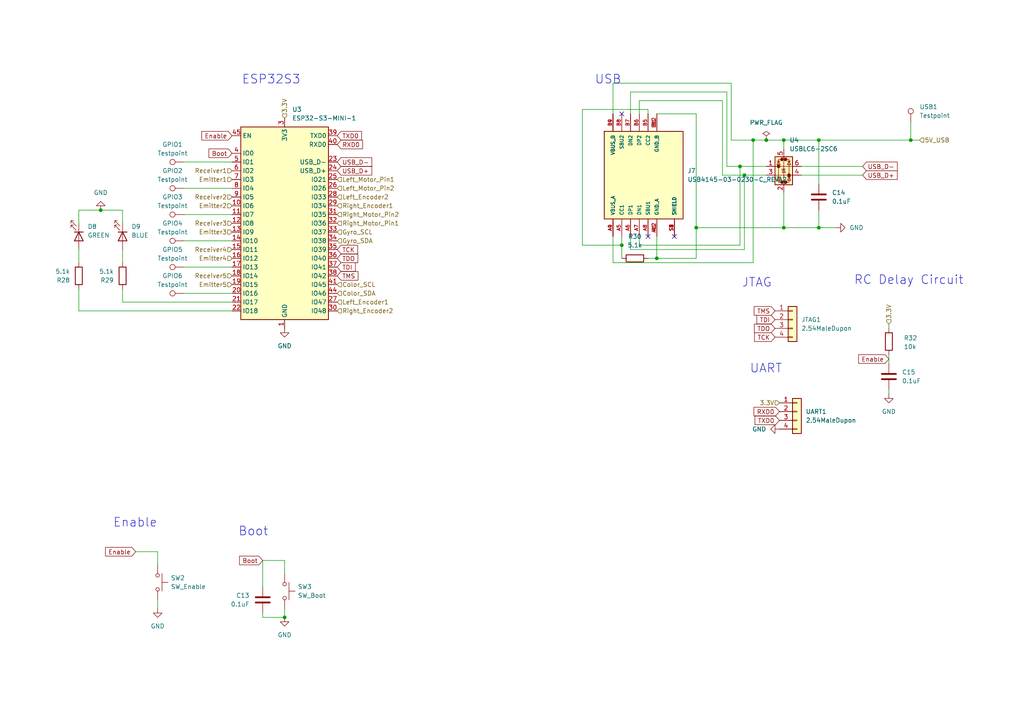
<source format=kicad_sch>
(kicad_sch (version 20231120) (generator "eeschema") (generator_version "8.0")
  (paper "A4")
  (lib_symbols
    (symbol "Connector:TestPoint" (pin_numbers hide) (pin_names (offset 0.762) hide)
      (property "Reference" "TP" (at 0 6.858 0))
      (property "Value" "TestPoint" (at 0 5.08 0))
      (symbol "TestPoint_0_1"
        (circle (center 0 3.302) (radius 0.762))
      )
      (symbol "TestPoint_1_1"
        (pin passive line (at 0 0 90) (length 2.54) (name "1") (number "1"))
      )
    )
    (symbol "Connector_Generic:Conn_01x04" (pin_names (offset 1.016) hide)
      (property "Reference" "J" (at 0 5.08 0))
      (property "Value" "Conn_01x04" (at 0 -7.62 0))
      (symbol "Conn_01x04_1_1"
        (rectangle (start -1.27 -4.953) (end 0 -5.207) (stroke (width 0.1524)))
        (rectangle (start -1.27 -2.413) (end 0 -2.667) (stroke (width 0.1524)))
        (rectangle (start -1.27 0.127) (end 0 -0.127) (stroke (width 0.1524)))
        (rectangle (start -1.27 2.667) (end 0 2.413) (stroke (width 0.1524)))
        (rectangle (start -1.27 3.81) (end 1.27 -6.35) (stroke (width 0.254)) (fill (type background)))
        (pin passive line (at -5.08 2.54 0) (length 3.81) (name "Pin_1") (number "1"))
        (pin passive line (at -5.08 0 0) (length 3.81) (name "Pin_2") (number "2"))
        (pin passive line (at -5.08 -2.54 0) (length 3.81) (name "Pin_3") (number "3"))
        (pin passive line (at -5.08 -5.08 0) (length 3.81) (name "Pin_4") (number "4"))
      )
    )
    (symbol "Device:C" (pin_numbers hide) (pin_names (offset 0.254))
      (property "Reference" "C" (at 0.635 2.54 0))
      (property "Value" "C" (at 0.635 -2.54 0))
      (symbol "C_0_1"
        (polyline (pts (xy -2.032 -0.762) (xy 2.032 -0.762)) (stroke (width 0.508)))
        (polyline (pts (xy -2.032 0.762) (xy 2.032 0.762)) (stroke (width 0.508)))
      )
      (symbol "C_1_1"
        (pin passive line (at 0 3.81 270) (length 2.794) (name "~") (number "1"))
        (pin passive line (at 0 -3.81 90) (length 2.794) (name "~") (number "2"))
      )
    )
    (symbol "Device:LED" (pin_numbers hide) (pin_names (offset 1.016) hide)
      (property "Reference" "D" (at 0 2.54 0))
      (property "Value" "LED" (at 0 -2.54 0))
      (symbol "LED_0_1"
        (polyline (pts (xy -1.27 -1.27) (xy -1.27 1.27)) (stroke (width 0.254)))
        (polyline (pts (xy -1.27 0) (xy 1.27 0)))
        (polyline (pts (xy 1.27 -1.27) (xy 1.27 1.27) (xy -1.27 0) (xy 1.27 -1.27)) (stroke (width 0.254)))
        (polyline (pts (xy -3.048 -0.762) (xy -4.572 -2.286) (xy -3.81 -2.286) (xy -4.572 -2.286) (xy -4.572 -1.524)))
        (polyline (pts (xy -1.778 -0.762) (xy -3.302 -2.286) (xy -2.54 -2.286) (xy -3.302 -2.286) (xy -3.302 -1.524)))
      )
      (symbol "LED_1_1"
        (pin passive line (at -3.81 0 0) (length 2.54) (name "K") (number "1"))
        (pin passive line (at 3.81 0 180) (length 2.54) (name "A") (number "2"))
      )
    )
    (symbol "Device:R" (pin_numbers hide) (pin_names (offset 0))
      (property "Reference" "R" (at 2.032 0 90))
      (property "Value" "R" (at 0 0 90))
      (symbol "R_0_1"
        (rectangle (start -1.016 -2.54) (end 1.016 2.54) (stroke (width 0.254)))
      )
      (symbol "R_1_1"
        (pin passive line (at 0 3.81 270) (length 1.27) (name "~") (number "1"))
        (pin passive line (at 0 -3.81 90) (length 1.27) (name "~") (number "2"))
      )
    )
    (symbol "Power_Protection:USBLC6-2SC6" (pin_names hide)
      (property "Reference" "U" (at 0.635 5.715 0))
      (property "Value" "USBLC6-2SC6" (at 0.635 3.81 0))
      (symbol "USBLC6-2SC6_0_0"
        (circle (center -1.524 0) (radius 0.0001) (stroke (width 0.508)))
        (circle (center -0.508 -4.572) (radius 0.0001) (stroke (width 0.508)))
        (circle (center -0.508 2.032) (radius 0.0001) (stroke (width 0.508)))
        (circle (center 0.508 -4.572) (radius 0.0001) (stroke (width 0.508)))
        (circle (center 0.508 2.032) (radius 0.0001) (stroke (width 0.508)))
        (circle (center 1.524 -2.54) (radius 0.0001) (stroke (width 0.508)))
      )
      (symbol "USBLC6-2SC6_0_1"
        (polyline (pts (xy -2.54 -2.54) (xy 2.54 -2.54)))
        (polyline (pts (xy -2.54 0) (xy 2.54 0)))
        (polyline (pts (xy -2.032 -3.048) (xy -1.016 -3.048)))
        (polyline (pts (xy -1.016 1.524) (xy -2.032 1.524)))
        (polyline (pts (xy 1.016 -3.048) (xy 2.032 -3.048)))
        (polyline (pts (xy 1.016 1.524) (xy 2.032 1.524)))
        (polyline (pts (xy -0.508 -1.143) (xy -0.508 -0.762) (xy 0.508 -0.762)))
        (polyline (pts (xy -2.032 0.508) (xy -1.016 0.508) (xy -1.524 1.524) (xy -2.032 0.508)))
        (polyline (pts (xy -1.016 -4.064) (xy -2.032 -4.064) (xy -1.524 -3.048) (xy -1.016 -4.064)))
        (polyline (pts (xy 0.508 -1.778) (xy -0.508 -1.778) (xy 0 -0.762) (xy 0.508 -1.778)))
        (polyline (pts (xy 2.032 -4.064) (xy 1.016 -4.064) (xy 1.524 -3.048) (xy 2.032 -4.064)))
        (polyline (pts (xy 2.032 0.508) (xy 1.016 0.508) (xy 1.524 1.524) (xy 2.032 0.508)))
        (polyline (pts (xy 0 2.54) (xy -0.508 2.032) (xy 0.508 2.032) (xy 0 1.524) (xy 0 -4.064) (xy -0.508 -4.572) (xy 0.508 -4.572) (xy 0 -5.08)))
      )
      (symbol "USBLC6-2SC6_1_1"
        (rectangle (start -2.54 2.794) (end 2.54 -5.334) (stroke (width 0.254)) (fill (type background)))
        (polyline (pts (xy -0.508 2.032) (xy -1.524 2.032) (xy -1.524 -4.572) (xy -0.508 -4.572)))
        (polyline (pts (xy 0.508 -4.572) (xy 1.524 -4.572) (xy 1.524 2.032) (xy 0.508 2.032)))
        (pin passive line (at -5.08 0 0) (length 2.54) (name "I/O1") (number "1"))
        (pin passive line (at 0 -7.62 90) (length 2.54) (name "GND") (number "2"))
        (pin passive line (at -5.08 -2.54 0) (length 2.54) (name "I/O2") (number "3"))
        (pin passive line (at 5.08 -2.54 180) (length 2.54) (name "I/O2") (number "4"))
        (pin passive line (at 0 5.08 270) (length 2.54) (name "VBUS") (number "5"))
        (pin passive line (at 5.08 0 180) (length 2.54) (name "I/O1") (number "6"))
      )
    )
    (symbol "RF_Module:ESP32-S3-MINI-1"
      (property "Reference" "U" (at -11.43 29.21 0))
      (property "Value" "ESP32-S3-MINI-1" (at 12.7 29.21 0))
      (symbol "ESP32-S3-MINI-1_0_1"
        (rectangle (start -12.7 27.94) (end 12.7 -27.94) (stroke (width 0.254)) (fill (type background)))
      )
      (symbol "ESP32-S3-MINI-1_1_1"
        (pin power_in line (at 0 -30.48 90) (length 2.54) (name "GND") (number "1"))
        (pin bidirectional line (at -15.24 5.08 0) (length 2.54) (name "IO6") (number "10"))
        (pin bidirectional line (at -15.24 2.54 0) (length 2.54) (name "IO7") (number "11"))
        (pin bidirectional line (at -15.24 0 0) (length 2.54) (name "IO8") (number "12"))
        (pin bidirectional line (at -15.24 -2.54 0) (length 2.54) (name "IO9") (number "13"))
        (pin bidirectional line (at -15.24 -5.08 0) (length 2.54) (name "IO10") (number "14"))
        (pin bidirectional line (at -15.24 -7.62 0) (length 2.54) (name "IO11") (number "15"))
        (pin bidirectional line (at -15.24 -10.16 0) (length 2.54) (name "IO12") (number "16"))
        (pin bidirectional line (at -15.24 -12.7 0) (length 2.54) (name "IO13") (number "17"))
        (pin bidirectional line (at -15.24 -15.24 0) (length 2.54) (name "IO14") (number "18"))
        (pin bidirectional line (at -15.24 -17.78 0) (length 2.54) (name "IO15") (number "19"))
        (pin passive line (at 0 -30.48 90) (length 2.54) hide (name "GND") (number "2"))
        (pin bidirectional line (at -15.24 -20.32 0) (length 2.54) (name "IO16") (number "20"))
        (pin bidirectional line (at -15.24 -22.86 0) (length 2.54) (name "IO17") (number "21"))
        (pin bidirectional line (at -15.24 -25.4 0) (length 2.54) (name "IO18") (number "22"))
        (pin bidirectional line (at 15.24 17.78 180) (length 2.54) (name "USB_D-") (number "23"))
        (pin bidirectional line (at 15.24 15.24 180) (length 2.54) (name "USB_D+") (number "24"))
        (pin bidirectional line (at 15.24 12.7 180) (length 2.54) (name "IO21") (number "25"))
        (pin bidirectional line (at 15.24 10.16 180) (length 2.54) (name "IO26") (number "26"))
        (pin bidirectional line (at 15.24 -22.86 180) (length 2.54) (name "IO47") (number "27"))
        (pin bidirectional line (at 15.24 7.62 180) (length 2.54) (name "IO33") (number "28"))
        (pin bidirectional line (at 15.24 5.08 180) (length 2.54) (name "IO34") (number "29"))
        (pin power_in line (at 0 30.48 270) (length 2.54) (name "3V3") (number "3"))
        (pin bidirectional line (at 15.24 -25.4 180) (length 2.54) (name "IO48") (number "30"))
        (pin bidirectional line (at 15.24 2.54 180) (length 2.54) (name "IO35") (number "31"))
        (pin bidirectional line (at 15.24 0 180) (length 2.54) (name "IO36") (number "32"))
        (pin bidirectional line (at 15.24 -2.54 180) (length 2.54) (name "IO37") (number "33"))
        (pin bidirectional line (at 15.24 -5.08 180) (length 2.54) (name "IO38") (number "34"))
        (pin bidirectional line (at 15.24 -7.62 180) (length 2.54) (name "IO39") (number "35"))
        (pin bidirectional line (at 15.24 -10.16 180) (length 2.54) (name "IO40") (number "36"))
        (pin bidirectional line (at 15.24 -12.7 180) (length 2.54) (name "IO41") (number "37"))
        (pin bidirectional line (at 15.24 -15.24 180) (length 2.54) (name "IO42") (number "38"))
        (pin bidirectional line (at 15.24 25.4 180) (length 2.54) (name "TXD0") (number "39"))
        (pin bidirectional line (at -15.24 20.32 0) (length 2.54) (name "IO0") (number "4"))
        (pin bidirectional line (at 15.24 22.86 180) (length 2.54) (name "RXD0") (number "40"))
        (pin bidirectional line (at 15.24 -17.78 180) (length 2.54) (name "IO45") (number "41"))
        (pin passive line (at 0 -30.48 90) (length 2.54) hide (name "GND") (number "42"))
        (pin passive line (at 0 -30.48 90) (length 2.54) hide (name "GND") (number "43"))
        (pin bidirectional line (at 15.24 -20.32 180) (length 2.54) (name "IO46") (number "44"))
        (pin input line (at -15.24 25.4 0) (length 2.54) (name "EN") (number "45"))
        (pin passive line (at 0 -30.48 90) (length 2.54) hide (name "GND") (number "46"))
        (pin passive line (at 0 -30.48 90) (length 2.54) hide (name "GND") (number "47"))
        (pin passive line (at 0 -30.48 90) (length 2.54) hide (name "GND") (number "48"))
        (pin passive line (at 0 -30.48 90) (length 2.54) hide (name "GND") (number "49"))
        (pin bidirectional line (at -15.24 17.78 0) (length 2.54) (name "IO1") (number "5"))
        (pin passive line (at 0 -30.48 90) (length 2.54) hide (name "GND") (number "50"))
        (pin passive line (at 0 -30.48 90) (length 2.54) hide (name "GND") (number "51"))
        (pin passive line (at 0 -30.48 90) (length 2.54) hide (name "GND") (number "52"))
        (pin passive line (at 0 -30.48 90) (length 2.54) hide (name "GND") (number "53"))
        (pin passive line (at 0 -30.48 90) (length 2.54) hide (name "GND") (number "54"))
        (pin passive line (at 0 -30.48 90) (length 2.54) hide (name "GND") (number "55"))
        (pin passive line (at 0 -30.48 90) (length 2.54) hide (name "GND") (number "56"))
        (pin passive line (at 0 -30.48 90) (length 2.54) hide (name "GND") (number "57"))
        (pin passive line (at 0 -30.48 90) (length 2.54) hide (name "GND") (number "58"))
        (pin passive line (at 0 -30.48 90) (length 2.54) hide (name "GND") (number "59"))
        (pin bidirectional line (at -15.24 15.24 0) (length 2.54) (name "IO2") (number "6"))
        (pin passive line (at 0 -30.48 90) (length 2.54) hide (name "GND") (number "60"))
        (pin passive line (at 0 -30.48 90) (length 2.54) hide (name "GND") (number "61"))
        (pin passive line (at 0 -30.48 90) (length 2.54) hide (name "GND") (number "62"))
        (pin passive line (at 0 -30.48 90) (length 2.54) hide (name "GND") (number "63"))
        (pin passive line (at 0 -30.48 90) (length 2.54) hide (name "GND") (number "64"))
        (pin passive line (at 0 -30.48 90) (length 2.54) hide (name "GND") (number "65"))
        (pin bidirectional line (at -15.24 12.7 0) (length 2.54) (name "IO3") (number "7"))
        (pin bidirectional line (at -15.24 10.16 0) (length 2.54) (name "IO4") (number "8"))
        (pin bidirectional line (at -15.24 7.62 0) (length 2.54) (name "IO5") (number "9"))
      )
    )
    (symbol "Switch:SW_Push" (pin_numbers hide) (pin_names (offset 1.016) hide)
      (property "Reference" "SW" (at 1.27 2.54 0))
      (property "Value" "SW_Push" (at 0 -1.524 0))
      (symbol "SW_Push_0_1"
        (circle (center -2.032 0) (radius 0.508))
        (polyline (pts (xy 0 1.27) (xy 0 3.048)))
        (polyline (pts (xy 2.54 1.27) (xy -2.54 1.27)))
        (circle (center 2.032 0) (radius 0.508))
        (pin passive line (at -5.08 0 0) (length 2.54) (name "1") (number "1"))
        (pin passive line (at 5.08 0 180) (length 2.54) (name "2") (number "2"))
      )
    )
    (symbol "USB4145-03-0230-C_REVA2:USB4145-03-0230-C_REVA2" (pin_names (offset 1.016))
      (property "Reference" "J" (at -12.7 10.922 0))
      (property "Value" "USB4145-03-0230-C_REVA2" (at -12.7 -15.24 0))
      (symbol "USB4145-03-0230-C_REVA2_0_0"
        (rectangle (start -12.7 -12.7) (end 12.7 10.16) (stroke (width 0.254)) (fill (type background)))
        (pin power_in line (at -17.78 -5.08 0) (length 5.08) (name "GND_A") (number "A1"))
        (pin power_in line (at -17.78 -5.08 0) (length 5.08) (name "GND_A") (number "A12"))
        (pin power_in line (at -17.78 7.62 0) (length 5.08) (name "VBUS_A") (number "A4"))
        (pin bidirectional line (at -17.78 5.08 0) (length 5.08) (name "CC1") (number "A5"))
        (pin bidirectional line (at -17.78 2.54 0) (length 5.08) (name "DP1") (number "A6"))
        (pin bidirectional line (at -17.78 0 0) (length 5.08) (name "DN1") (number "A7"))
        (pin bidirectional line (at -17.78 -2.54 0) (length 5.08) (name "SBU1") (number "A8"))
        (pin power_in line (at -17.78 7.62 0) (length 5.08) (name "VBUS_A") (number "A9"))
        (pin power_in line (at 17.78 -5.08 180) (length 5.08) (name "GND_B") (number "B1"))
        (pin power_in line (at 17.78 -5.08 180) (length 5.08) (name "GND_B") (number "B12"))
        (pin power_in line (at 17.78 7.62 180) (length 5.08) (name "VBUS_B") (number "B4"))
        (pin bidirectional line (at 17.78 -2.54 180) (length 5.08) (name "CC2") (number "B5"))
        (pin bidirectional line (at 17.78 0 180) (length 5.08) (name "DP2") (number "B6"))
        (pin bidirectional line (at 17.78 2.54 180) (length 5.08) (name "DN2") (number "B7"))
        (pin bidirectional line (at 17.78 5.08 180) (length 5.08) (name "SBU2") (number "B8"))
        (pin power_in line (at 17.78 7.62 180) (length 5.08) (name "VBUS_B") (number "B9"))
        (pin passive line (at -17.78 -10.16 0) (length 5.08) (name "SHIELD") (number "S1"))
        (pin passive line (at -17.78 -10.16 0) (length 5.08) (name "SHIELD") (number "S2"))
        (pin passive line (at -17.78 -10.16 0) (length 5.08) (name "SHIELD") (number "S3"))
        (pin passive line (at -17.78 -10.16 0) (length 5.08) (name "SHIELD") (number "S4"))
      )
    )
    (symbol "power:GND" (power) (pin_numbers hide) (pin_names (offset 0) hide)
      (property "Value" "GND" (at 0 -3.81 0))
      (symbol "GND_0_1"
        (polyline (pts (xy 0 0) (xy 0 -1.27) (xy 1.27 -1.27) (xy 0 -2.54) (xy -1.27 -1.27) (xy 0 -1.27)))
      )
      (symbol "GND_1_1"
        (pin power_in line (at 0 0 270) (length 0) (name "~") (number "1"))
      )
    )
    (symbol "power:PWR_FLAG" (power) (pin_numbers hide) (pin_names (offset 0) hide)
      (property "Value" "PWR_FLAG" (at 0 3.81 0))
      (symbol "PWR_FLAG_0_0"
        (pin power_out line (at 0 0 90) (length 0) (name "~") (number "1"))
      )
      (symbol "PWR_FLAG_0_1"
        (polyline (pts (xy 0 0) (xy 0 1.27) (xy -1.016 1.905) (xy 0 2.54) (xy 1.016 1.905) (xy 0 1.27)))
      )
    )
  )
  (junction (at 237.49 40.64))
  (junction (at 218.44 40.64))
  (junction (at 237.49 66.04))
  (junction (at 264.16 40.64))
  (junction (at 222.25 40.64))
  (junction (at 82.55 179.07))
  (junction (at 214.63 48.26))
  (junction (at 201.93 66.04))
  (junction (at 227.33 40.64))
  (junction (at 180.34 71.12))
  (junction (at 29.21 60.96))
  (junction (at 215.9 50.8))
  (junction (at 227.33 66.04))
  (junction (at 190.5 74.93))
  (no_connect (at 195.58 68.58))
  (no_connect (at 187.96 68.58))
  (no_connect (at 180.34 33.02))
  (wire (pts (xy 39.37 160.02) (xy 45.72 160.02)))
  (wire (pts (xy 53.34 54.61) (xy 67.31 54.61)))
  (wire (pts (xy 187.96 33.02) (xy 187.96 31.75)))
  (wire (pts (xy 177.8 33.02) (xy 177.8 24.13)))
  (wire (pts (xy 190.5 33.02) (xy 201.93 33.02)))
  (wire (pts (xy 185.42 71.12) (xy 214.63 71.12)))
  (wire (pts (xy 212.09 40.64) (xy 218.44 40.64)))
  (wire (pts (xy 82.55 176.53) (xy 82.55 179.07)))
  (wire (pts (xy 257.81 102.87) (xy 257.81 105.41)))
  (wire (pts (xy 53.34 46.99) (xy 67.31 46.99)))
  (wire (pts (xy 182.88 26.67) (xy 210.82 26.67)))
  (wire (pts (xy 227.33 55.88) (xy 227.33 66.04)))
  (wire (pts (xy 45.72 160.02) (xy 45.72 163.83)))
  (wire (pts (xy 227.33 40.64) (xy 227.33 43.18)))
  (wire (pts (xy 182.88 72.39) (xy 215.9 72.39)))
  (wire (pts (xy 214.63 48.26) (xy 222.25 48.26)))
  (wire (pts (xy 29.21 60.96) (xy 35.56 60.96)))
  (wire (pts (xy 22.86 60.96) (xy 29.21 60.96)))
  (wire (pts (xy 187.96 74.93) (xy 190.5 74.93)))
  (wire (pts (xy 218.44 76.2) (xy 218.44 40.64)))
  (wire (pts (xy 237.49 66.04) (xy 242.57 66.04)))
  (wire (pts (xy 257.81 93.98) (xy 257.81 95.25)))
  (wire (pts (xy 209.55 29.21) (xy 209.55 50.8)))
  (wire (pts (xy 201.93 66.04) (xy 227.33 66.04)))
  (wire (pts (xy 257.81 113.03) (xy 257.81 114.3)))
  (wire (pts (xy 22.86 90.17) (xy 22.86 83.82)))
  (wire (pts (xy 237.49 60.96) (xy 237.49 66.04)))
  (wire (pts (xy 185.42 29.21) (xy 209.55 29.21)))
  (wire (pts (xy 35.56 87.63) (xy 35.56 83.82)))
  (wire (pts (xy 232.41 50.8) (xy 250.19 50.8)))
  (wire (pts (xy 185.42 68.58) (xy 185.42 71.12)))
  (wire (pts (xy 201.93 33.02) (xy 201.93 66.04)))
  (wire (pts (xy 168.91 71.12) (xy 180.34 71.12)))
  (wire (pts (xy 182.88 33.02) (xy 182.88 26.67)))
  (wire (pts (xy 237.49 40.64) (xy 237.49 53.34)))
  (wire (pts (xy 190.5 74.93) (xy 201.93 74.93)))
  (wire (pts (xy 45.72 173.99) (xy 45.72 176.53)))
  (wire (pts (xy 237.49 40.64) (xy 264.16 40.64)))
  (wire (pts (xy 82.55 162.56) (xy 82.55 166.37)))
  (wire (pts (xy 35.56 72.39) (xy 35.56 76.2)))
  (wire (pts (xy 177.8 68.58) (xy 177.8 76.2)))
  (wire (pts (xy 264.16 40.64) (xy 266.7 40.64)))
  (wire (pts (xy 209.55 50.8) (xy 215.9 50.8)))
  (wire (pts (xy 53.34 69.85) (xy 67.31 69.85)))
  (wire (pts (xy 177.8 76.2) (xy 218.44 76.2)))
  (wire (pts (xy 53.34 62.23) (xy 67.31 62.23)))
  (wire (pts (xy 180.34 71.12) (xy 180.34 74.93)))
  (wire (pts (xy 22.86 64.77) (xy 22.86 60.96)))
  (wire (pts (xy 168.91 31.75) (xy 168.91 71.12)))
  (wire (pts (xy 232.41 48.26) (xy 250.19 48.26)))
  (wire (pts (xy 182.88 68.58) (xy 182.88 72.39)))
  (wire (pts (xy 76.2 179.07) (xy 76.2 177.8)))
  (wire (pts (xy 227.33 66.04) (xy 237.49 66.04)))
  (wire (pts (xy 264.16 40.64) (xy 264.16 35.56)))
  (wire (pts (xy 53.34 77.47) (xy 67.31 77.47)))
  (wire (pts (xy 222.25 40.64) (xy 227.33 40.64)))
  (wire (pts (xy 67.31 90.17) (xy 22.86 90.17)))
  (wire (pts (xy 76.2 162.56) (xy 76.2 170.18)))
  (wire (pts (xy 212.09 24.13) (xy 212.09 40.64)))
  (wire (pts (xy 210.82 48.26) (xy 214.63 48.26)))
  (wire (pts (xy 185.42 33.02) (xy 185.42 29.21)))
  (wire (pts (xy 35.56 60.96) (xy 35.56 64.77)))
  (wire (pts (xy 214.63 71.12) (xy 214.63 48.26)))
  (wire (pts (xy 180.34 68.58) (xy 180.34 71.12)))
  (wire (pts (xy 215.9 50.8) (xy 222.25 50.8)))
  (wire (pts (xy 187.96 31.75) (xy 168.91 31.75)))
  (wire (pts (xy 201.93 74.93) (xy 201.93 66.04)))
  (wire (pts (xy 67.31 87.63) (xy 35.56 87.63)))
  (wire (pts (xy 210.82 26.67) (xy 210.82 48.26)))
  (wire (pts (xy 190.5 68.58) (xy 190.5 74.93)))
  (wire (pts (xy 76.2 162.56) (xy 82.55 162.56)))
  (wire (pts (xy 22.86 72.39) (xy 22.86 76.2)))
  (wire (pts (xy 215.9 72.39) (xy 215.9 50.8)))
  (wire (pts (xy 53.34 85.09) (xy 67.31 85.09)))
  (wire (pts (xy 227.33 40.64) (xy 237.49 40.64)))
  (wire (pts (xy 177.8 24.13) (xy 212.09 24.13)))
  (wire (pts (xy 82.55 179.07) (xy 76.2 179.07)))
  (wire (pts (xy 218.44 40.64) (xy 222.25 40.64)))
  (text "JTAG" (at 215.138 83.566 0) (effects (font (size 2.54 2.54)) (justify left bottom)))
  (text "Boot" (at 69.088 155.702 0) (effects (font (size 2.54 2.54)) (justify left bottom)))
  (text "USB" (at 172.466 24.638 0) (effects (font (size 2.54 2.54)) (justify left bottom)))
  (text "ESP32S3" (at 70.104 24.638 0) (effects (font (size 2.54 2.54)) (justify left bottom)))
  (text "RC Delay Circuit" (at 247.65 82.804 0) (effects (font (size 2.54 2.54)) (justify left bottom)))
  (text "UART" (at 217.424 108.458 0) (effects (font (size 2.54 2.54)) (justify left bottom)))
  (text "Enable\n" (at 32.766 153.162 0) (effects (font (size 2.54 2.54)) (justify left bottom)))
  (global_label "TMS" (shape input) (at 97.79 80.01 0) (property "Intersheetrefs" "${INTERSHEET_REFS}" (effects (hide yes))))
  (global_label "TCK" (shape input) (at 97.79 72.39 0) (property "Intersheetrefs" "${INTERSHEET_REFS}" (effects (hide yes))))
  (global_label "TDI" (shape input) (at 97.79 77.47 0) (property "Intersheetrefs" "${INTERSHEET_REFS}" (effects (hide yes))))
  (global_label "USB_D-" (shape input) (at 97.79 46.99 0) (property "Intersheetrefs" "${INTERSHEET_REFS}" (effects (hide yes))))
  (global_label "RXD0" (shape input) (at 226.06 119.38 180) (property "Intersheetrefs" "${INTERSHEET_REFS}" (effects (hide yes))))
  (global_label "USB_D+" (shape input) (at 250.19 50.8 0) (property "Intersheetrefs" "${INTERSHEET_REFS}" (effects (hide yes))))
  (global_label "TXD0" (shape input) (at 226.06 121.92 180) (property "Intersheetrefs" "${INTERSHEET_REFS}" (effects (hide yes))))
  (global_label "RXD0" (shape input) (at 97.79 41.91 0) (property "Intersheetrefs" "${INTERSHEET_REFS}" (effects (hide yes))))
  (global_label "USB_D-" (shape input) (at 250.19 48.26 0) (property "Intersheetrefs" "${INTERSHEET_REFS}" (effects (hide yes))))
  (global_label "Boot" (shape input) (at 76.2 162.56 180) (property "Intersheetrefs" "${INTERSHEET_REFS}" (effects (hide yes))))
  (global_label "TXD0" (shape input) (at 97.79 39.37 0) (property "Intersheetrefs" "${INTERSHEET_REFS}" (effects (hide yes))))
  (global_label "TDO" (shape input) (at 97.79 74.93 0) (property "Intersheetrefs" "${INTERSHEET_REFS}" (effects (hide yes))))
  (global_label "TDI" (shape input) (at 224.79 92.71 180) (property "Intersheetrefs" "${INTERSHEET_REFS}" (effects (hide yes))))
  (global_label "TCK" (shape input) (at 224.79 97.79 180) (property "Intersheetrefs" "${INTERSHEET_REFS}" (effects (hide yes))))
  (global_label "Enable" (shape input) (at 67.31 39.37 180) (property "Intersheetrefs" "${INTERSHEET_REFS}" (effects (hide yes))))
  (global_label "TDO" (shape input) (at 224.79 95.25 180) (property "Intersheetrefs" "${INTERSHEET_REFS}" (effects (hide yes))))
  (global_label "USB_D+" (shape input) (at 97.79 49.53 0) (property "Intersheetrefs" "${INTERSHEET_REFS}" (effects (hide yes))))
  (global_label "Enable" (shape input) (at 39.37 160.02 180) (property "Intersheetrefs" "${INTERSHEET_REFS}" (effects (hide yes))))
  (global_label "Boot" (shape input) (at 67.31 44.45 180) (property "Intersheetrefs" "${INTERSHEET_REFS}" (effects (hide yes))))
  (global_label "Enable" (shape input) (at 257.81 104.14 180) (property "Intersheetrefs" "${INTERSHEET_REFS}" (effects (hide yes))))
  (global_label "TMS" (shape input) (at 224.79 90.17 180) (property "Intersheetrefs" "${INTERSHEET_REFS}" (effects (hide yes))))
  (hierarchical_label "3.3V" (shape input) (at 257.81 93.98 90))
  (hierarchical_label "Left_Encoder1" (shape input) (at 97.79 87.63 0))
  (hierarchical_label "Receiver2" (shape input) (at 67.31 57.15 180))
  (hierarchical_label "Right_Encoder1" (shape input) (at 97.79 59.69 0))
  (hierarchical_label "Receiver1" (shape input) (at 67.31 49.53 180))
  (hierarchical_label "Emitter3" (shape input) (at 67.31 67.31 180))
  (hierarchical_label "Color_SDA" (shape input) (at 97.79 85.09 0))
  (hierarchical_label "Right_Encoder2" (shape input) (at 97.79 90.17 0))
  (hierarchical_label "Left_Motor_Pin1" (shape input) (at 97.79 52.07 0))
  (hierarchical_label "Receiver4" (shape input) (at 67.31 72.39 180))
  (hierarchical_label "Emitter2" (shape input) (at 67.31 59.69 180))
  (hierarchical_label "3.3V" (shape input) (at 82.55 34.29 90))
  (hierarchical_label "Gyro_SDA" (shape input) (at 97.79 69.85 0))
  (hierarchical_label "Receiver5" (shape input) (at 67.31 80.01 180))
  (hierarchical_label "Color_SCL" (shape input) (at 97.79 82.55 0))
  (hierarchical_label "Left_Motor_Pin2" (shape input) (at 97.79 54.61 0))
  (hierarchical_label "Gyro_SCL" (shape input) (at 97.79 67.31 0))
  (hierarchical_label "Emitter1" (shape input) (at 67.31 52.07 180))
  (hierarchical_label "5V_USB" (shape input) (at 266.7 40.64 0))
  (hierarchical_label "Right_Motor_Pin2" (shape input) (at 97.79 62.23 0))
  (hierarchical_label "Emitter4" (shape input) (at 67.31 74.93 180))
  (hierarchical_label "Left_Encoder2" (shape input) (at 97.79 57.15 0))
  (hierarchical_label "Receiver3" (shape input) (at 67.31 64.77 180))
  (hierarchical_label "Right_Motor_Pin1" (shape input) (at 97.79 64.77 0))
  (hierarchical_label "Emitter5" (shape input) (at 67.31 82.55 180))
  (hierarchical_label "3.3V" (shape input) (at 226.06 116.84 180))
  (symbol (lib_id "Device:R") (at 22.86 80.01 180) (unit 1)
    (property "Reference" "R28" (at 20.32 81.2801 0) (effects (justify left)))
    (property "Value" "5.1k" (at 20.32 78.7401 0) (effects (justify left)))
    (property "Footprint" "Resistor_SMD:R_0603_1608Metric_Pad0.98x0.95mm_HandSolder" (effects (hide yes)))
    (property "Description" "Resistor" (effects (hide yes)))
    (property "JLCBasic" "basic" (effects (hide yes)))
    (property "LCSC Part" "C23186 " (effects (hide yes)))
    (property "MPN" "0603WAF5101T5E" (effects (hide yes)))
    (property "Package" " 0603" (effects (hide yes)))
  )
  (symbol (lib_id "Connector_Generic:Conn_01x04") (at 231.14 119.38 0) (unit 1)
    (property "Reference" "UART1" (at 233.68 119.3799 0) (effects (justify left)))
    (property "Value" "2.54MaleDupon" (at 233.68 121.9199 0) (effects (justify left)))
    (property "Footprint" "Connector_PinHeader_2.54mm:PinHeader_1x04_P2.54mm_Vertical" (effects (hide yes)))
    (property "Description" "Generic connector, single row, 01x04, script generated (kicad-library-utils/schlib/autogen/connector/)" (effects (hide yes)))
  )
  (symbol (lib_id "Device:C") (at 237.49 57.15 0) (unit 1)
    (property "Reference" "C14" (at 241.3 55.8799 0) (effects (justify left)))
    (property "Value" "0.1uF" (at 241.3 58.4199 0) (effects (justify left)))
    (property "Footprint" "Capacitor_SMD:C_0805_2012Metric_Pad1.18x1.45mm_HandSolder" (effects (hide yes)))
    (property "Description" "Unpolarized capacitor" (effects (hide yes)))
  )
  (symbol (lib_id "power:GND") (at 257.81 114.3 0) (unit 1)
    (property "Reference" "#PWR026" (effects (hide yes)))
    (property "Value" "GND" (at 257.81 119.38 0))
    (property "Description" "Power symbol creates a global label with name \"GND\" , ground" (effects (hide yes)))
  )
  (symbol (lib_id "power:PWR_FLAG") (at 222.25 40.64 0) (unit 1)
    (property "Reference" "#FLG03" (effects (hide yes)))
    (property "Value" "PWR_FLAG" (at 222.25 35.56 0))
    (property "Description" "Special symbol for telling ERC where power comes from" (effects (hide yes)))
  )
  (symbol (lib_id "power:GND") (at 82.55 179.07 0) (unit 1)
    (property "Reference" "#PWR023" (effects (hide yes)))
    (property "Value" "GND" (at 82.55 184.15 0))
    (property "Description" "Power symbol creates a global label with name \"GND\" , ground" (effects (hide yes)))
  )
  (symbol (lib_id "power:GND") (at 82.55 95.25 0) (unit 1)
    (property "Reference" "#PWR022" (effects (hide yes)))
    (property "Value" "GND" (at 82.55 100.33 0))
    (property "Description" "Power symbol creates a global label with name \"GND\" , ground" (effects (hide yes)))
  )
  (symbol (lib_id "Connector_Generic:Conn_01x04") (at 229.87 92.71 0) (unit 1)
    (property "Reference" "JTAG1" (at 232.41 92.7099 0) (effects (justify left)))
    (property "Value" "2.54MaleDupon" (at 232.41 95.2499 0) (effects (justify left)))
    (property "Footprint" "Connector_PinHeader_2.54mm:PinHeader_1x04_P2.54mm_Vertical" (effects (hide yes)))
    (property "Description" "Generic connector, single row, 01x04, script generated (kicad-library-utils/schlib/autogen/connector/)" (effects (hide yes)))
  )
  (symbol (lib_id "power:GND") (at 45.72 176.53 0) (unit 1)
    (property "Reference" "#PWR021" (effects (hide yes)))
    (property "Value" "GND" (at 45.72 181.61 0))
    (property "Description" "Power symbol creates a global label with name \"GND\" , ground" (effects (hide yes)))
  )
  (symbol (lib_id "Connector:TestPoint") (at 264.16 35.56 0) (unit 1)
    (property "Reference" "USB1" (at 266.7 30.9879 0) (effects (justify left)))
    (property "Value" "Testpoint" (at 266.7 33.5279 0) (effects (justify left)))
    (property "Footprint" "TestPoint:TestPoint_THTPad_2.0x2.0mm_Drill1.0mm" (effects (hide yes)))
    (property "Description" "test point" (effects (hide yes)))
  )
  (symbol (lib_id "Device:R") (at 184.15 74.93 270) (unit 1)
    (property "Reference" "R30" (at 184.15 68.58 90))
    (property "Value" "5.1k" (at 184.15 71.12 90))
    (property "Footprint" "Resistor_SMD:R_0603_1608Metric_Pad0.98x0.95mm_HandSolder" (effects (hide yes)))
    (property "Description" "Resistor" (effects (hide yes)))
    (property "JLCBasic" "basic" (effects (hide yes)))
    (property "LCSC Part" "C23186 " (effects (hide yes)))
    (property "MPN" "0603WAF5101T5E" (effects (hide yes)))
    (property "Package" " 0603" (effects (hide yes)))
  )
  (symbol (lib_id "power:GND") (at 29.21 60.96 180) (unit 1)
    (property "Reference" "#PWR020" (effects (hide yes)))
    (property "Value" "GND" (at 29.21 55.88 0))
    (property "Description" "Power symbol creates a global label with name \"GND\" , ground" (effects (hide yes)))
  )
  (symbol (lib_id "USB4145-03-0230-C_REVA2:USB4145-03-0230-C_REVA2") (at 185.42 50.8 90) (unit 1)
    (property "Reference" "J7" (at 199.39 49.5299 90) (effects (justify right)))
    (property "Value" "USB4145-03-0230-C_REVA2" (at 199.39 52.0699 90) (effects (justify right)))
    (property "Footprint" "USB4145-03-0230-C_REVA2:GCT_USB4145-03-0230-C_REVA2" (effects (hide yes)))
    (property "MF" "Global Connector Technology" (effects (hide yes)))
    (property "MAXIMUM_PACKAGE_HEIGHT" "7.66mm" (effects (hide yes)))
    (property "Package" "None" (effects (hide yes)))
    (property "Price" "None" (effects (hide yes)))
    (property "Check_prices" "https://www.snapeda.com/parts/USB4145-03-0230-C/Global+Connector+Technology/view-part/?ref=eda" (effects (hide yes)))
    (property "STANDARD" "Manufacturer Recommendations" (effects (hide yes)))
    (property "PARTREV" "A2" (effects (hide yes)))
    (property "SnapEDA_Link" "https://www.snapeda.com/parts/USB4145-03-0230-C/Global+Connector+Technology/view-part/?ref=snap" (effects (hide yes)))
    (property "MP" "USB4145-03-0230-C" (effects (hide yes)))
    (property "Description_1" "\n                        \n                            Type C USB 2.0 Connector\n                        \n" (effects (hide yes)))
    (property "MANUFACTURER" "GCT" (effects (hide yes)))
    (property "Availability" "Not in stock" (effects (hide yes)))
    (property "SNAPEDA_PN" "USB4145-03-0230-C" (effects (hide yes)))
  )
  (symbol (lib_id "Connector:TestPoint") (at 53.34 62.23 90) (unit 1)
    (property "Reference" "GPIO3" (at 50.038 57.15 90))
    (property "Value" "Testpoint" (at 50.038 59.69 90))
    (property "Footprint" "TestPoint:TestPoint_THTPad_2.0x2.0mm_Drill1.0mm" (effects (hide yes)))
    (property "Description" "test point" (effects (hide yes)))
  )
  (symbol (lib_id "Device:LED") (at 35.56 68.58 270) (unit 1)
    (property "Reference" "D9" (at 38.1 65.7224 90) (effects (justify left)))
    (property "Value" "BLUE" (at 38.1 68.2624 90) (effects (justify left)))
    (property "Footprint" "LED_SMD:LED_0603_1608Metric_Pad1.05x0.95mm_HandSolder" (effects (hide yes)))
    (property "Description" "Light emitting diode" (effects (hide yes)))
  )
  (symbol (lib_id "Device:C") (at 76.2 173.99 0) (mirror y) (unit 1)
    (property "Reference" "C13" (at 72.39 172.7199 0) (effects (justify left)))
    (property "Value" "0.1uF" (at 72.39 175.2599 0) (effects (justify left)))
    (property "Footprint" "Capacitor_SMD:C_0805_2012Metric_Pad1.18x1.45mm_HandSolder" (effects (hide yes)))
    (property "Description" "Unpolarized capacitor" (effects (hide yes)))
  )
  (symbol (lib_id "Connector:TestPoint") (at 53.34 77.47 90) (unit 1)
    (property "Reference" "GPIO5" (at 50.038 72.39 90))
    (property "Value" "Testpoint" (at 50.038 74.93 90))
    (property "Footprint" "TestPoint:TestPoint_THTPad_2.0x2.0mm_Drill1.0mm" (effects (hide yes)))
    (property "Description" "test point" (effects (hide yes)))
  )
  (symbol (lib_id "Connector:TestPoint") (at 53.34 54.61 90) (unit 1)
    (property "Reference" "GPIO2" (at 50.038 49.53 90))
    (property "Value" "Testpoint" (at 50.038 52.07 90))
    (property "Footprint" "TestPoint:TestPoint_THTPad_2.0x2.0mm_Drill1.0mm" (effects (hide yes)))
    (property "Description" "test point" (effects (hide yes)))
  )
  (symbol (lib_id "power:GND") (at 226.06 124.46 270) (unit 1)
    (property "Reference" "#PWR024" (effects (hide yes)))
    (property "Value" "GND" (at 222.25 124.4599 90) (effects (justify right)))
    (property "Description" "Power symbol creates a global label with name \"GND\" , ground" (effects (hide yes)))
  )
  (symbol (lib_id "Device:LED") (at 22.86 68.58 270) (unit 1)
    (property "Reference" "D8" (at 25.4 65.7224 90) (effects (justify left)))
    (property "Value" "GREEN" (at 25.4 68.2624 90) (effects (justify left)))
    (property "Footprint" "LED_SMD:LED_0603_1608Metric_Pad1.05x0.95mm_HandSolder" (effects (hide yes)))
    (property "Description" "Light emitting diode" (effects (hide yes)))
  )
  (symbol (lib_id "Connector:TestPoint") (at 53.34 85.09 90) (unit 1)
    (property "Reference" "GPIO6" (at 50.038 80.01 90))
    (property "Value" "Testpoint" (at 50.038 82.55 90))
    (property "Footprint" "TestPoint:TestPoint_THTPad_2.0x2.0mm_Drill1.0mm" (effects (hide yes)))
    (property "Description" "test point" (effects (hide yes)))
  )
  (symbol (lib_id "Device:C") (at 257.81 109.22 0) (unit 1)
    (property "Reference" "C15" (at 261.62 107.9499 0) (effects (justify left)))
    (property "Value" "0.1uF" (at 261.62 110.4899 0) (effects (justify left)))
    (property "Footprint" "Capacitor_SMD:C_0805_2012Metric_Pad1.18x1.45mm_HandSolder" (effects (hide yes)))
    (property "Description" "Unpolarized capacitor" (effects (hide yes)))
  )
  (symbol (lib_id "Switch:SW_Push") (at 82.55 171.45 270) (unit 1)
    (property "Reference" "SW3" (at 86.36 170.1799 90) (effects (justify left)))
    (property "Value" "SW_Boot" (at 86.36 172.7199 90) (effects (justify left)))
    (property "Footprint" "Button_Switch_SMD:SW_Push_1P1T_XKB_TS-1187A" (effects (hide yes)))
    (property "Description" "Push button switch, generic, two pins" (effects (hide yes)))
  )
  (symbol (lib_id "Device:R") (at 257.81 99.06 0) (unit 1)
    (property "Reference" "R32" (at 262.128 98.044 0) (effects (justify left)))
    (property "Value" "10k" (at 262.128 100.584 0) (effects (justify left)))
    (property "Footprint" "Resistor_SMD:R_0603_1608Metric_Pad0.98x0.95mm_HandSolder" (effects (hide yes)))
    (property "Description" "Resistor" (effects (hide yes)))
    (property "JLCBasic" "basic" (effects (hide yes)))
    (property "LCSC Part" "C22978" (effects (hide yes)))
    (property "MPN" "0603WAF3301T5E" (effects (hide yes)))
    (property "Package" " 0603" (effects (hide yes)))
  )
  (symbol (lib_id "Device:R") (at 35.56 80.01 180) (unit 1)
    (property "Reference" "R29" (at 33.02 81.2801 0) (effects (justify left)))
    (property "Value" "5.1k" (at 33.02 78.7401 0) (effects (justify left)))
    (property "Footprint" "Resistor_SMD:R_0603_1608Metric_Pad0.98x0.95mm_HandSolder" (effects (hide yes)))
    (property "Description" "Resistor" (effects (hide yes)))
    (property "JLCBasic" "basic" (effects (hide yes)))
    (property "LCSC Part" "C23186 " (effects (hide yes)))
    (property "MPN" "0603WAF5101T5E" (effects (hide yes)))
    (property "Package" " 0603" (effects (hide yes)))
  )
  (symbol (lib_id "Connector:TestPoint") (at 53.34 69.85 90) (unit 1)
    (property "Reference" "GPIO4" (at 50.038 64.77 90))
    (property "Value" "Testpoint" (at 50.038 67.31 90))
    (property "Footprint" "TestPoint:TestPoint_THTPad_2.0x2.0mm_Drill1.0mm" (effects (hide yes)))
    (property "Description" "test point" (effects (hide yes)))
  )
  (symbol (lib_id "power:GND") (at 242.57 66.04 90) (unit 1)
    (property "Reference" "#PWR025" (effects (hide yes)))
    (property "Value" "GND" (at 246.38 66.0399 90) (effects (justify right)))
    (property "Description" "Power symbol creates a global label with name \"GND\" , ground" (effects (hide yes)))
  )
  (symbol (lib_id "Switch:SW_Push") (at 45.72 168.91 270) (unit 1)
    (property "Reference" "SW2" (at 49.53 167.6399 90) (effects (justify left)))
    (property "Value" "SW_Enable" (at 49.53 170.1799 90) (effects (justify left)))
    (property "Footprint" "Button_Switch_SMD:SW_Push_1P1T_XKB_TS-1187A" (effects (hide yes)))
    (property "Description" "Push button switch, generic, two pins" (effects (hide yes)))
  )
  (symbol (lib_id "Connector:TestPoint") (at 53.34 46.99 90) (unit 1)
    (property "Reference" "GPIO1" (at 50.038 41.91 90))
    (property "Value" "Testpoint" (at 50.038 44.45 90))
    (property "Footprint" "TestPoint:TestPoint_THTPad_2.0x2.0mm_Drill1.0mm" (effects (hide yes)))
    (property "Description" "test point" (effects (hide yes)))
  )
  (symbol (lib_id "Power_Protection:USBLC6-2SC6") (at 227.33 48.26 0) (unit 1)
    (property "Reference" "U4" (at 228.9811 40.64 0) (effects (justify left)))
    (property "Value" "USBLC6-2SC6" (at 228.9811 43.18 0) (effects (justify left)))
    (property "Footprint" "Package_TO_SOT_SMD:SOT-23-6" (effects (hide yes)))
    (property "Datasheet" "https://www.st.com/resource/en/datasheet/usblc6-2.pdf" (effects (hide yes)))
    (property "Description" "Very low capacitance ESD protection diode, 2 data-line, SOT-23-6" (effects (hide yes)))
  )
  (symbol (lib_id "RF_Module:ESP32-S3-MINI-1") (at 82.55 64.77 0) (unit 1)
    (property "Reference" "U3" (at 84.7441 31.75 0) (effects (justify left)))
    (property "Value" "ESP32-S3-MINI-1" (at 84.7441 34.29 0) (effects (justify left)))
    (property "Footprint" "RF_Module:ESP32-S2-MINI-1" (effects (hide yes)))
    (property "Datasheet" "https://www.espressif.com/sites/default/files/documentation/esp32-s3-mini-1_mini-1u_datasheet_en.pdf" (effects (hide yes)))
    (property "Description" "RF Module, ESP32-S3 SoC, Wi-Fi 802.11b/g/n, Bluetooth, BLE, 32-bit, 3.3V, SMD, onboard antenna" (effects (hide yes)))
  )
)
</source>
